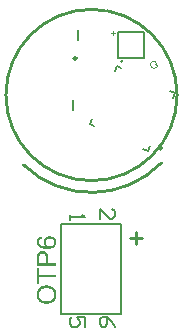
<source format=gto>
G04*
G04 #@! TF.GenerationSoftware,Altium Limited,Altium Designer,21.7.2 (23)*
G04*
G04 Layer_Color=65535*
%FSLAX25Y25*%
%MOIN*%
G70*
G04*
G04 #@! TF.SameCoordinates,2A64222C-FEAE-4017-A15E-55E8C78AA572*
G04*
G04*
G04 #@! TF.FilePolarity,Positive*
G04*
G01*
G75*
%ADD10C,0.00000*%
%ADD11C,0.01000*%
%ADD12C,0.00984*%
%ADD13C,0.00500*%
%ADD14C,0.00787*%
%ADD15C,0.00800*%
%ADD16C,0.00394*%
G36*
X20826Y11390D02*
X20871Y11387D01*
X20928Y11385D01*
X20993Y11376D01*
X21064Y11361D01*
X21134Y11341D01*
X21204Y11309D01*
X21214Y11306D01*
X21237Y11292D01*
X21270Y11272D01*
X21317Y11241D01*
X21368Y11201D01*
X21428Y11149D01*
X21492Y11090D01*
X21553Y11018D01*
X21313Y10818D01*
X21312Y10821D01*
X21307Y10823D01*
X21299Y10831D01*
X21289Y10843D01*
X21266Y10868D01*
X21234Y10902D01*
X21193Y10938D01*
X21150Y10971D01*
X21105Y11006D01*
X21057Y11032D01*
X21052Y11033D01*
X21036Y11042D01*
X21008Y11049D01*
X20975Y11062D01*
X20933Y11074D01*
X20881Y11082D01*
X20825Y11089D01*
X20765Y11089D01*
X20757Y11089D01*
X20738Y11088D01*
X20703Y11084D01*
X20658Y11079D01*
X20607Y11067D01*
X20549Y11052D01*
X20487Y11031D01*
X20423Y11005D01*
X20386Y10988D01*
X20371Y10977D01*
X20352Y10968D01*
X20304Y10942D01*
X20252Y10906D01*
X20194Y10866D01*
X20142Y10822D01*
X20094Y10772D01*
X20089Y10765D01*
X20072Y10749D01*
X20053Y10721D01*
X20028Y10689D01*
X20001Y10644D01*
X19970Y10597D01*
X19946Y10546D01*
X19927Y10493D01*
X19925Y10488D01*
X19918Y10469D01*
X19912Y10438D01*
X19905Y10402D01*
X19897Y10358D01*
X19892Y10308D01*
X19889Y10254D01*
X19888Y10197D01*
X19889Y10194D01*
X19889Y10186D01*
X19890Y10175D01*
X19891Y10155D01*
X19894Y10132D01*
X19898Y10106D01*
X19900Y10075D01*
X19908Y10042D01*
X19924Y9965D01*
X19947Y9880D01*
X19976Y9793D01*
X20016Y9699D01*
X20017Y9696D01*
X20022Y9686D01*
X20030Y9669D01*
X20042Y9651D01*
X20054Y9624D01*
X20073Y9593D01*
X20092Y9562D01*
X20112Y9527D01*
X20164Y9450D01*
X20220Y9372D01*
X20286Y9299D01*
X20358Y9232D01*
X20359Y9229D01*
X20369Y9225D01*
X20377Y9217D01*
X20393Y9208D01*
X20433Y9183D01*
X20491Y9153D01*
X20557Y9124D01*
X20633Y9099D01*
X20717Y9082D01*
X20806Y9071D01*
X20809Y9073D01*
X20818Y9073D01*
X20831Y9071D01*
X20850Y9072D01*
X20870Y9073D01*
X20896Y9077D01*
X20958Y9082D01*
X21032Y9096D01*
X21112Y9114D01*
X21197Y9137D01*
X21281Y9172D01*
X21314Y9188D01*
X21332Y9200D01*
X21352Y9210D01*
X21399Y9239D01*
X21455Y9273D01*
X21511Y9316D01*
X21572Y9368D01*
X21630Y9424D01*
X21633Y9425D01*
X21638Y9431D01*
X21644Y9438D01*
X21654Y9450D01*
X21682Y9484D01*
X21712Y9522D01*
X21748Y9567D01*
X21785Y9616D01*
X21817Y9668D01*
X21842Y9719D01*
X21642Y10148D01*
X20969Y9834D01*
X20843Y10104D01*
X21813Y10557D01*
X22208Y9709D01*
X22206Y9704D01*
X22201Y9698D01*
X22192Y9682D01*
X22182Y9661D01*
X22168Y9638D01*
X22153Y9611D01*
X22133Y9578D01*
X22112Y9544D01*
X22063Y9469D01*
X22005Y9386D01*
X21943Y9304D01*
X21871Y9226D01*
X21867Y9225D01*
X21862Y9218D01*
X21851Y9209D01*
X21837Y9195D01*
X21817Y9177D01*
X21795Y9155D01*
X21769Y9135D01*
X21742Y9114D01*
X21677Y9064D01*
X21602Y9009D01*
X21518Y8958D01*
X21427Y8911D01*
X21394Y8896D01*
X21370Y8888D01*
X21340Y8874D01*
X21302Y8861D01*
X21259Y8849D01*
X21215Y8832D01*
X21110Y8807D01*
X20997Y8783D01*
X20875Y8770D01*
X20812Y8765D01*
X20747Y8767D01*
X20743Y8769D01*
X20731Y8767D01*
X20713Y8771D01*
X20689Y8772D01*
X20658Y8777D01*
X20627Y8783D01*
X20543Y8800D01*
X20449Y8829D01*
X20346Y8869D01*
X20242Y8921D01*
X20138Y8989D01*
X20136Y8992D01*
X20125Y8999D01*
X20112Y9009D01*
X20092Y9027D01*
X20071Y9046D01*
X20046Y9074D01*
X20017Y9101D01*
X19986Y9135D01*
X19952Y9171D01*
X19916Y9215D01*
X19883Y9260D01*
X19849Y9308D01*
X19778Y9415D01*
X19715Y9534D01*
X19713Y9538D01*
X19707Y9551D01*
X19699Y9567D01*
X19692Y9592D01*
X19678Y9622D01*
X19664Y9660D01*
X19654Y9699D01*
X19637Y9743D01*
X19626Y9794D01*
X19609Y9847D01*
X19587Y9965D01*
X19569Y10089D01*
X19564Y10219D01*
X19566Y10224D01*
X19565Y10236D01*
X19565Y10252D01*
X19569Y10278D01*
X19570Y10310D01*
X19574Y10344D01*
X19591Y10429D01*
X19613Y10527D01*
X19650Y10629D01*
X19697Y10735D01*
X19729Y10786D01*
X19762Y10837D01*
X19763Y10842D01*
X19772Y10850D01*
X19782Y10863D01*
X19797Y10882D01*
X19819Y10904D01*
X19842Y10931D01*
X19869Y10960D01*
X19903Y10992D01*
X19940Y11025D01*
X19981Y11056D01*
X20024Y11092D01*
X20073Y11127D01*
X20180Y11197D01*
X20237Y11232D01*
X20342Y11281D01*
X20364Y11287D01*
X20390Y11299D01*
X20456Y11322D01*
X20530Y11344D01*
X20610Y11361D01*
X20698Y11379D01*
X20786Y11388D01*
X20790Y11389D01*
X20798Y11389D01*
X20809Y11390D01*
X20826Y11390D01*
D02*
G37*
G36*
X-13722Y-47071D02*
X-13667D01*
X-13519Y-47099D01*
X-13343Y-47127D01*
X-13158Y-47173D01*
X-12954Y-47238D01*
X-12760Y-47330D01*
X-12751D01*
X-12742Y-47340D01*
X-12714Y-47358D01*
X-12677Y-47377D01*
X-12584Y-47432D01*
X-12464Y-47515D01*
X-12335Y-47617D01*
X-12205Y-47738D01*
X-12076Y-47886D01*
X-11964Y-48043D01*
Y-48052D01*
X-11955Y-48061D01*
X-11937Y-48089D01*
X-11928Y-48126D01*
X-11881Y-48219D01*
X-11835Y-48339D01*
X-11779Y-48496D01*
X-11743Y-48672D01*
X-11705Y-48866D01*
X-11696Y-49079D01*
Y-49125D01*
X-11705Y-49171D01*
Y-49245D01*
X-11715Y-49329D01*
X-11733Y-49421D01*
X-11761Y-49532D01*
X-11789Y-49643D01*
X-11826Y-49773D01*
X-11872Y-49902D01*
X-11928Y-50032D01*
X-12002Y-50170D01*
X-12085Y-50300D01*
X-12177Y-50429D01*
X-12288Y-50559D01*
X-12418Y-50679D01*
X-12427Y-50688D01*
X-12455Y-50707D01*
X-12492Y-50735D01*
X-12557Y-50771D01*
X-12640Y-50827D01*
X-12732Y-50873D01*
X-12853Y-50929D01*
X-12982Y-50984D01*
X-13139Y-51049D01*
X-13315Y-51104D01*
X-13509Y-51151D01*
X-13722Y-51197D01*
X-13962Y-51243D01*
X-14221Y-51271D01*
X-14499Y-51289D01*
X-14795Y-51299D01*
X-14804D01*
X-14814D01*
X-14841D01*
X-14878D01*
X-14971Y-51289D01*
X-15100D01*
X-15248Y-51280D01*
X-15424Y-51262D01*
X-15618Y-51243D01*
X-15831Y-51215D01*
X-16044Y-51178D01*
X-16275Y-51132D01*
X-16497Y-51077D01*
X-16719Y-51012D01*
X-16932Y-50929D01*
X-17135Y-50836D01*
X-17330Y-50735D01*
X-17496Y-50614D01*
X-17505Y-50605D01*
X-17524Y-50586D01*
X-17561Y-50550D01*
X-17616Y-50503D01*
X-17672Y-50448D01*
X-17727Y-50374D01*
X-17801Y-50281D01*
X-17866Y-50189D01*
X-17931Y-50078D01*
X-18005Y-49957D01*
X-18060Y-49819D01*
X-18125Y-49680D01*
X-18171Y-49523D01*
X-18208Y-49356D01*
X-18227Y-49180D01*
X-18236Y-48996D01*
Y-48921D01*
X-18227Y-48866D01*
Y-48801D01*
X-18217Y-48727D01*
X-18180Y-48551D01*
X-18134Y-48357D01*
X-18060Y-48154D01*
X-17949Y-47950D01*
X-17885Y-47848D01*
X-17810Y-47756D01*
X-17801Y-47747D01*
X-17792Y-47738D01*
X-17764Y-47710D01*
X-17737Y-47682D01*
X-17690Y-47636D01*
X-17635Y-47599D01*
X-17505Y-47497D01*
X-17339Y-47395D01*
X-17135Y-47303D01*
X-16904Y-47219D01*
X-16645Y-47164D01*
X-16580Y-47950D01*
X-16590D01*
X-16599Y-47960D01*
X-16654Y-47969D01*
X-16737Y-47997D01*
X-16839Y-48033D01*
X-16950Y-48070D01*
X-17061Y-48126D01*
X-17163Y-48191D01*
X-17246Y-48256D01*
X-17265Y-48274D01*
X-17302Y-48311D01*
X-17357Y-48376D01*
X-17422Y-48468D01*
X-17478Y-48588D01*
X-17533Y-48718D01*
X-17570Y-48875D01*
X-17589Y-49042D01*
Y-49106D01*
X-17579Y-49180D01*
X-17561Y-49264D01*
X-17533Y-49375D01*
X-17496Y-49486D01*
X-17450Y-49597D01*
X-17376Y-49708D01*
X-17367Y-49726D01*
X-17330Y-49773D01*
X-17265Y-49837D01*
X-17172Y-49920D01*
X-17061Y-50013D01*
X-16932Y-50115D01*
X-16765Y-50207D01*
X-16580Y-50300D01*
X-16571D01*
X-16553Y-50309D01*
X-16525Y-50318D01*
X-16488Y-50337D01*
X-16432Y-50346D01*
X-16367Y-50365D01*
X-16294Y-50383D01*
X-16201Y-50402D01*
X-16099Y-50429D01*
X-15988Y-50448D01*
X-15868Y-50466D01*
X-15739Y-50476D01*
X-15590Y-50494D01*
X-15442Y-50503D01*
X-15276Y-50512D01*
X-15110D01*
X-15119Y-50503D01*
X-15174Y-50466D01*
X-15248Y-50402D01*
X-15341Y-50318D01*
X-15452Y-50226D01*
X-15553Y-50106D01*
X-15655Y-49976D01*
X-15748Y-49828D01*
Y-49819D01*
X-15757Y-49810D01*
X-15785Y-49754D01*
X-15812Y-49671D01*
X-15859Y-49560D01*
X-15896Y-49430D01*
X-15924Y-49282D01*
X-15951Y-49125D01*
X-15960Y-48959D01*
Y-48884D01*
X-15951Y-48829D01*
X-15942Y-48755D01*
X-15933Y-48681D01*
X-15914Y-48588D01*
X-15887Y-48496D01*
X-15822Y-48283D01*
X-15776Y-48172D01*
X-15711Y-48061D01*
X-15646Y-47950D01*
X-15572Y-47830D01*
X-15480Y-47719D01*
X-15378Y-47617D01*
X-15369Y-47608D01*
X-15350Y-47589D01*
X-15322Y-47562D01*
X-15276Y-47534D01*
X-15211Y-47488D01*
X-15146Y-47442D01*
X-15063Y-47395D01*
X-14971Y-47340D01*
X-14869Y-47284D01*
X-14758Y-47238D01*
X-14628Y-47192D01*
X-14499Y-47146D01*
X-14360Y-47118D01*
X-14203Y-47090D01*
X-14046Y-47071D01*
X-13879Y-47062D01*
X-13870D01*
X-13851D01*
X-13824D01*
X-13778D01*
X-13722Y-47071D01*
D02*
G37*
G36*
X-16210Y-52030D02*
X-16146Y-52039D01*
X-16062Y-52048D01*
X-15970Y-52066D01*
X-15868Y-52085D01*
X-15655Y-52150D01*
X-15544Y-52187D01*
X-15424Y-52242D01*
X-15304Y-52307D01*
X-15193Y-52372D01*
X-15082Y-52455D01*
X-14971Y-52548D01*
X-14962Y-52557D01*
X-14943Y-52575D01*
X-14915Y-52603D01*
X-14887Y-52649D01*
X-14841Y-52705D01*
X-14795Y-52779D01*
X-14739Y-52871D01*
X-14693Y-52973D01*
X-14638Y-53093D01*
X-14582Y-53232D01*
X-14536Y-53380D01*
X-14499Y-53556D01*
X-14462Y-53741D01*
X-14434Y-53944D01*
X-14416Y-54176D01*
X-14406Y-54416D01*
Y-56053D01*
X-11807D01*
Y-56904D01*
X-18208D01*
Y-54277D01*
X-18199Y-54138D01*
X-18190Y-53981D01*
X-18180Y-53815D01*
X-18162Y-53658D01*
X-18144Y-53519D01*
Y-53500D01*
X-18125Y-53435D01*
X-18106Y-53352D01*
X-18079Y-53241D01*
X-18033Y-53121D01*
X-17977Y-52991D01*
X-17912Y-52853D01*
X-17838Y-52732D01*
X-17829Y-52714D01*
X-17801Y-52677D01*
X-17746Y-52622D01*
X-17681Y-52548D01*
X-17598Y-52464D01*
X-17487Y-52381D01*
X-17367Y-52289D01*
X-17228Y-52214D01*
X-17209Y-52205D01*
X-17163Y-52187D01*
X-17080Y-52150D01*
X-16969Y-52113D01*
X-16839Y-52085D01*
X-16691Y-52048D01*
X-16525Y-52030D01*
X-16349Y-52020D01*
X-16340D01*
X-16312D01*
X-16275D01*
X-16210Y-52030D01*
D02*
G37*
G36*
X-17450Y-59892D02*
X-11807D01*
Y-60743D01*
X-17450D01*
Y-62852D01*
X-18208D01*
Y-57783D01*
X-17450D01*
Y-59892D01*
D02*
G37*
G36*
X-14823Y-63472D02*
X-14739D01*
X-14638Y-63481D01*
X-14527Y-63499D01*
X-14406Y-63509D01*
X-14138Y-63555D01*
X-13842Y-63629D01*
X-13546Y-63731D01*
X-13398Y-63786D01*
X-13250Y-63860D01*
X-13241D01*
X-13213Y-63879D01*
X-13176Y-63897D01*
X-13121Y-63934D01*
X-13056Y-63971D01*
X-12991Y-64017D01*
X-12815Y-64147D01*
X-12630Y-64304D01*
X-12436Y-64489D01*
X-12251Y-64711D01*
X-12085Y-64970D01*
Y-64979D01*
X-12066Y-64998D01*
X-12048Y-65044D01*
X-12020Y-65100D01*
X-11992Y-65165D01*
X-11964Y-65238D01*
X-11928Y-65331D01*
X-11891Y-65433D01*
X-11853Y-65544D01*
X-11817Y-65664D01*
X-11761Y-65932D01*
X-11715Y-66219D01*
X-11696Y-66524D01*
Y-66617D01*
X-11705Y-66672D01*
Y-66755D01*
X-11724Y-66848D01*
X-11733Y-66950D01*
X-11752Y-67070D01*
X-11807Y-67320D01*
X-11881Y-67588D01*
X-11992Y-67866D01*
X-12057Y-68004D01*
X-12131Y-68143D01*
X-12140Y-68152D01*
X-12150Y-68171D01*
X-12177Y-68208D01*
X-12214Y-68263D01*
X-12251Y-68319D01*
X-12307Y-68384D01*
X-12445Y-68541D01*
X-12612Y-68717D01*
X-12815Y-68901D01*
X-13047Y-69068D01*
X-13315Y-69225D01*
X-13324D01*
X-13352Y-69244D01*
X-13389Y-69262D01*
X-13444Y-69281D01*
X-13519Y-69309D01*
X-13602Y-69336D01*
X-13694Y-69373D01*
X-13796Y-69401D01*
X-13916Y-69438D01*
X-14037Y-69475D01*
X-14314Y-69530D01*
X-14601Y-69568D01*
X-14915Y-69586D01*
X-14924D01*
X-14934D01*
X-14989D01*
X-15073Y-69577D01*
X-15183D01*
X-15313Y-69558D01*
X-15470Y-69540D01*
X-15646Y-69512D01*
X-15831Y-69475D01*
X-16025Y-69438D01*
X-16229Y-69383D01*
X-16432Y-69309D01*
X-16645Y-69225D01*
X-16849Y-69133D01*
X-17052Y-69012D01*
X-17237Y-68883D01*
X-17413Y-68735D01*
X-17422Y-68726D01*
X-17450Y-68698D01*
X-17496Y-68642D01*
X-17551Y-68578D01*
X-17626Y-68494D01*
X-17699Y-68393D01*
X-17783Y-68273D01*
X-17866Y-68134D01*
X-17949Y-67986D01*
X-18033Y-67819D01*
X-18106Y-67634D01*
X-18180Y-67440D01*
X-18236Y-67227D01*
X-18282Y-67005D01*
X-18310Y-66774D01*
X-18319Y-66524D01*
Y-66441D01*
X-18310Y-66376D01*
Y-66293D01*
X-18301Y-66210D01*
X-18282Y-66099D01*
X-18264Y-65988D01*
X-18217Y-65747D01*
X-18144Y-65470D01*
X-18033Y-65201D01*
X-17968Y-65063D01*
X-17894Y-64924D01*
X-17885Y-64915D01*
X-17875Y-64896D01*
X-17848Y-64859D01*
X-17820Y-64804D01*
X-17774Y-64748D01*
X-17718Y-64674D01*
X-17589Y-64517D01*
X-17422Y-64350D01*
X-17219Y-64166D01*
X-16978Y-63990D01*
X-16710Y-63842D01*
X-16701D01*
X-16673Y-63823D01*
X-16636Y-63805D01*
X-16580Y-63786D01*
X-16506Y-63749D01*
X-16423Y-63722D01*
X-16321Y-63684D01*
X-16210Y-63648D01*
X-16090Y-63620D01*
X-15960Y-63583D01*
X-15812Y-63546D01*
X-15664Y-63518D01*
X-15341Y-63481D01*
X-14989Y-63463D01*
X-14980D01*
X-14943D01*
X-14897D01*
X-14823Y-63472D01*
D02*
G37*
%LPC*%
G36*
X-13833Y-47867D02*
X-13842D01*
X-13861D01*
X-13898D01*
X-13944Y-47876D01*
X-13999D01*
X-14064Y-47886D01*
X-14212Y-47913D01*
X-14379Y-47950D01*
X-14555Y-48015D01*
X-14721Y-48107D01*
X-14878Y-48228D01*
X-14897Y-48246D01*
X-14943Y-48292D01*
X-14999Y-48366D01*
X-15073Y-48468D01*
X-15146Y-48598D01*
X-15202Y-48746D01*
X-15248Y-48921D01*
X-15267Y-49116D01*
Y-49171D01*
X-15258Y-49208D01*
X-15248Y-49301D01*
X-15221Y-49430D01*
X-15174Y-49569D01*
X-15100Y-49726D01*
X-15008Y-49874D01*
X-14878Y-50022D01*
X-14860Y-50041D01*
X-14814Y-50078D01*
X-14730Y-50143D01*
X-14610Y-50207D01*
X-14471Y-50272D01*
X-14296Y-50337D01*
X-14101Y-50374D01*
X-13879Y-50392D01*
X-13861D01*
X-13814D01*
X-13731Y-50383D01*
X-13630Y-50374D01*
X-13509Y-50355D01*
X-13380Y-50318D01*
X-13241Y-50281D01*
X-13102Y-50226D01*
X-13084Y-50217D01*
X-13037Y-50189D01*
X-12973Y-50152D01*
X-12889Y-50096D01*
X-12806Y-50032D01*
X-12705Y-49948D01*
X-12621Y-49856D01*
X-12538Y-49745D01*
X-12529Y-49726D01*
X-12510Y-49689D01*
X-12473Y-49624D01*
X-12445Y-49541D01*
X-12409Y-49449D01*
X-12371Y-49338D01*
X-12353Y-49218D01*
X-12344Y-49088D01*
Y-49042D01*
X-12353Y-49005D01*
X-12362Y-48912D01*
X-12390Y-48792D01*
X-12445Y-48662D01*
X-12510Y-48515D01*
X-12612Y-48366D01*
X-12667Y-48292D01*
X-12742Y-48228D01*
X-12751D01*
X-12760Y-48209D01*
X-12815Y-48172D01*
X-12908Y-48117D01*
X-13028Y-48043D01*
X-13185Y-47978D01*
X-13371Y-47923D01*
X-13583Y-47886D01*
X-13833Y-47867D01*
D02*
G37*
G36*
X-16321Y-52890D02*
X-16330D01*
X-16340D01*
X-16386D01*
X-16469Y-52899D01*
X-16562Y-52917D01*
X-16664Y-52936D01*
X-16784Y-52973D01*
X-16895Y-53029D01*
X-17006Y-53093D01*
X-17015Y-53102D01*
X-17052Y-53130D01*
X-17098Y-53176D01*
X-17163Y-53232D01*
X-17228Y-53315D01*
X-17283Y-53408D01*
X-17339Y-53509D01*
X-17385Y-53630D01*
Y-53639D01*
X-17394Y-53676D01*
X-17403Y-53732D01*
X-17422Y-53806D01*
X-17431Y-53917D01*
X-17440Y-54055D01*
X-17450Y-54222D01*
Y-56053D01*
X-15165D01*
Y-54333D01*
X-15174Y-54268D01*
Y-54203D01*
X-15183Y-54129D01*
X-15202Y-53953D01*
X-15239Y-53759D01*
X-15294Y-53565D01*
X-15369Y-53389D01*
X-15415Y-53306D01*
X-15470Y-53241D01*
X-15489Y-53223D01*
X-15526Y-53186D01*
X-15600Y-53130D01*
X-15692Y-53066D01*
X-15812Y-53001D01*
X-15960Y-52945D01*
X-16127Y-52908D01*
X-16321Y-52890D01*
D02*
G37*
G36*
X-14999Y-64332D02*
X-15008D01*
X-15035D01*
X-15073D01*
X-15128D01*
X-15193Y-64341D01*
X-15276D01*
X-15359Y-64350D01*
X-15461Y-64369D01*
X-15674Y-64397D01*
X-15896Y-64443D01*
X-16136Y-64508D01*
X-16358Y-64600D01*
X-16367D01*
X-16386Y-64609D01*
X-16414Y-64628D01*
X-16451Y-64647D01*
X-16562Y-64711D01*
X-16691Y-64794D01*
X-16839Y-64906D01*
X-16987Y-65044D01*
X-17135Y-65201D01*
X-17265Y-65377D01*
Y-65386D01*
X-17283Y-65396D01*
X-17292Y-65424D01*
X-17320Y-65470D01*
X-17339Y-65516D01*
X-17367Y-65571D01*
X-17431Y-65710D01*
X-17487Y-65877D01*
X-17542Y-66071D01*
X-17579Y-66293D01*
X-17589Y-66524D01*
Y-66607D01*
X-17579Y-66672D01*
X-17570Y-66755D01*
X-17551Y-66839D01*
X-17533Y-66940D01*
X-17515Y-67052D01*
X-17440Y-67292D01*
X-17385Y-67422D01*
X-17330Y-67551D01*
X-17255Y-67690D01*
X-17172Y-67819D01*
X-17080Y-67949D01*
X-16969Y-68069D01*
X-16960Y-68078D01*
X-16941Y-68097D01*
X-16904Y-68125D01*
X-16849Y-68171D01*
X-16784Y-68217D01*
X-16701Y-68273D01*
X-16599Y-68328D01*
X-16478Y-68393D01*
X-16349Y-68448D01*
X-16192Y-68513D01*
X-16025Y-68568D01*
X-15840Y-68615D01*
X-15637Y-68661D01*
X-15405Y-68689D01*
X-15165Y-68707D01*
X-14906Y-68717D01*
X-14897D01*
X-14860D01*
X-14795D01*
X-14712Y-68707D01*
X-14619Y-68698D01*
X-14508Y-68679D01*
X-14379Y-68661D01*
X-14249Y-68642D01*
X-13953Y-68568D01*
X-13805Y-68513D01*
X-13648Y-68458D01*
X-13500Y-68384D01*
X-13352Y-68300D01*
X-13213Y-68208D01*
X-13084Y-68097D01*
X-13074Y-68088D01*
X-13056Y-68069D01*
X-13019Y-68032D01*
X-12982Y-67986D01*
X-12926Y-67921D01*
X-12871Y-67847D01*
X-12815Y-67764D01*
X-12751Y-67671D01*
X-12686Y-67560D01*
X-12630Y-67440D01*
X-12575Y-67311D01*
X-12519Y-67172D01*
X-12483Y-67024D01*
X-12445Y-66876D01*
X-12427Y-66709D01*
X-12418Y-66533D01*
Y-66487D01*
X-12427Y-66441D01*
Y-66376D01*
X-12436Y-66293D01*
X-12455Y-66201D01*
X-12473Y-66089D01*
X-12501Y-65978D01*
X-12538Y-65849D01*
X-12584Y-65729D01*
X-12630Y-65590D01*
X-12695Y-65460D01*
X-12778Y-65331D01*
X-12862Y-65201D01*
X-12964Y-65072D01*
X-13084Y-64952D01*
X-13093Y-64943D01*
X-13112Y-64924D01*
X-13158Y-64896D01*
X-13213Y-64850D01*
X-13278Y-64804D01*
X-13361Y-64758D01*
X-13463Y-64702D01*
X-13574Y-64637D01*
X-13703Y-64582D01*
X-13851Y-64526D01*
X-14009Y-64480D01*
X-14175Y-64425D01*
X-14360Y-64388D01*
X-14564Y-64360D01*
X-14776Y-64341D01*
X-14999Y-64332D01*
D02*
G37*
%LPD*%
D10*
X10469Y11250D02*
G03*
X10469Y11250I-394J0D01*
G01*
D11*
X-22630Y-23299D02*
G03*
X23299Y-22630I22630J23299D01*
G01*
X28543Y0D02*
G03*
X28543Y0I-28543J0D01*
G01*
X12786Y-47537D02*
X16785D01*
X14786Y-45538D02*
Y-49537D01*
D12*
X23407Y-17664D02*
G03*
X23407Y-17664I-492J0D01*
G01*
X-4949Y12203D02*
G03*
X-4949Y12203I-492J0D01*
G01*
D13*
X8894Y12234D02*
Y20895D01*
X17556D01*
Y12234D02*
Y20895D01*
X8894Y12234D02*
X17556D01*
D14*
X-519Y-9639D02*
X998Y-10346D01*
X-519Y-9639D02*
X188Y-8122D01*
X8466Y9629D02*
X9983Y8922D01*
X7759Y8113D02*
X8466Y9629D01*
X26217Y1352D02*
X27734Y645D01*
X27027Y-872D02*
X27734Y645D01*
X17233Y-17916D02*
X18749Y-18623D01*
X19456Y-17107D01*
X-4369Y18400D02*
Y21550D01*
X-6301Y-4902D02*
Y-1752D01*
X-10222Y-72935D02*
Y-53769D01*
Y-72935D02*
Y-42935D01*
X9778Y-72935D02*
Y-42935D01*
X-10222D02*
X9778D01*
X-10222Y-72935D02*
X9778D01*
D15*
X-7222Y-39935D02*
Y-41601D01*
Y-40768D01*
X-2224D01*
X-3057Y-39935D01*
X2778Y-41267D02*
Y-37935D01*
X6110Y-41267D01*
X6943D01*
X7776Y-40434D01*
Y-38768D01*
X6943Y-37935D01*
X-2224Y-77267D02*
Y-73935D01*
X-4723D01*
X-3890Y-75601D01*
Y-76434D01*
X-4723Y-77267D01*
X-6389D01*
X-7222Y-76434D01*
Y-74768D01*
X-6389Y-73935D01*
X7776Y-77267D02*
X6943Y-75601D01*
X5277Y-73935D01*
X3611D01*
X2778Y-74768D01*
Y-76434D01*
X3611Y-77267D01*
X4444D01*
X5277Y-76434D01*
Y-73935D01*
D16*
X6456Y20736D02*
X7768D01*
X7112Y21392D02*
Y20080D01*
M02*

</source>
